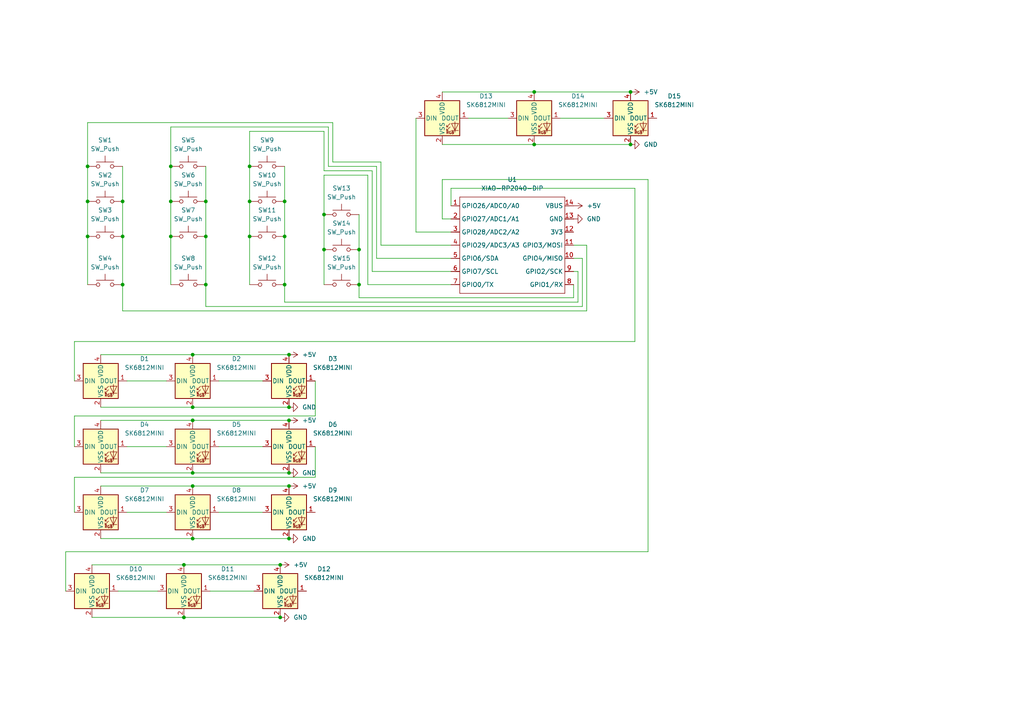
<source format=kicad_sch>
(kicad_sch (version 20250114) (generator "eeschema") (generator_version "9.0")
  (paper "A4")
  (lib_symbols
    (symbol "LED:SK6812MINI" (pin_names (offset 0.254))
      (property "Reference" "D" (at 5.08 5.715 0))
      (property "Value" "SK6812MINI" (at 1.27 -5.715 0))
      (symbol "SK6812MINI_0_0"
        (text "RGB" (at 2.286 -4.191 0) (effects (font (size 0.762 0.762))))
      )
      (symbol "SK6812MINI_0_1"
        (polyline (pts (xy 1.27 -2.54) (xy 1.778 -2.54)))
        (polyline (pts (xy 1.27 -3.556) (xy 1.778 -3.556)))
        (polyline (pts (xy 2.286 -1.524) (xy 1.27 -2.54) (xy 1.27 -2.032)))
        (polyline (pts (xy 2.286 -2.54) (xy 1.27 -3.556) (xy 1.27 -3.048)))
        (polyline (pts (xy 3.683 -1.016) (xy 3.683 -3.556) (xy 3.683 -4.064)))
        (polyline (pts (xy 4.699 -1.524) (xy 2.667 -1.524) (xy 3.683 -3.556) (xy 4.699 -1.524)))
        (polyline (pts (xy 4.699 -3.556) (xy 2.667 -3.556)))
        (rectangle (start 5.08 5.08) (end -5.08 -5.08) (stroke (width 0.254)) (fill (type background)))
      )
      (symbol "SK6812MINI_1_1"
        (pin input line (at -7.62 0 0) (length 2.54) (name "DIN") (number "3"))
        (pin power_in line (at 0 7.62 270) (length 2.54) (name "VDD") (number "4"))
        (pin power_in line (at 0 -7.62 90) (length 2.54) (name "VSS") (number "2"))
        (pin output line (at 7.62 0 180) (length 2.54) (name "DOUT") (number "1"))
      )
    )
    (symbol "OPL Lib:XIAO-RP2040-DIP"
      (property "Reference" "U" (at 0 0 0))
      (property "Value" "XIAO-RP2040-DIP" (at 5.334 -1.778 0))
      (symbol "XIAO-RP2040-DIP_1_0"
        (polyline (pts (xy -1.27 -2.54) (xy 29.21 -2.54)) (stroke (width 0.1524)))
        (polyline (pts (xy -1.27 -5.08) (xy -2.54 -5.08)) (stroke (width 0.1524)))
        (polyline (pts (xy -1.27 -5.08) (xy -1.27 -2.54)) (stroke (width 0.1524)))
        (polyline (pts (xy -1.27 -8.89) (xy -2.54 -8.89)) (stroke (width 0.1524)))
        (polyline (pts (xy -1.27 -8.89) (xy -1.27 -5.08)) (stroke (width 0.1524)))
        (polyline (pts (xy -1.27 -12.7) (xy -2.54 -12.7)) (stroke (width 0.1524)))
        (polyline (pts (xy -1.27 -12.7) (xy -1.27 -8.89)) (stroke (width 0.1524)))
        (polyline (pts (xy -1.27 -16.51) (xy -2.54 -16.51)) (stroke (width 0.1524)))
        (polyline (pts (xy -1.27 -16.51) (xy -1.27 -12.7)) (stroke (width 0.1524)))
        (polyline (pts (xy -1.27 -20.32) (xy -2.54 -20.32)) (stroke (width 0.1524)))
        (polyline (pts (xy -1.27 -24.13) (xy -2.54 -24.13)) (stroke (width 0.1524)))
        (polyline (pts (xy -1.27 -27.94) (xy -2.54 -27.94)) (stroke (width 0.1524)))
        (polyline (pts (xy -1.27 -30.48) (xy -1.27 -16.51)) (stroke (width 0.1524)))
        (polyline (pts (xy 29.21 -2.54) (xy 29.21 -5.08)) (stroke (width 0.1524)))
        (polyline (pts (xy 29.21 -5.08) (xy 29.21 -8.89)) (stroke (width 0.1524)))
        (polyline (pts (xy 29.21 -8.89) (xy 29.21 -12.7)) (stroke (width 0.1524)))
        (polyline (pts (xy 29.21 -12.7) (xy 29.21 -30.48)) (stroke (width 0.1524)))
        (polyline (pts (xy 29.21 -30.48) (xy -1.27 -30.48)) (stroke (width 0.1524)))
        (polyline (pts (xy 30.48 -5.08) (xy 29.21 -5.08)) (stroke (width 0.1524)))
        (polyline (pts (xy 30.48 -8.89) (xy 29.21 -8.89)) (stroke (width 0.1524)))
        (polyline (pts (xy 30.48 -12.7) (xy 29.21 -12.7)) (stroke (width 0.1524)))
        (polyline (pts (xy 30.48 -16.51) (xy 29.21 -16.51)) (stroke (width 0.1524)))
        (polyline (pts (xy 30.48 -20.32) (xy 29.21 -20.32)) (stroke (width 0.1524)))
        (polyline (pts (xy 30.48 -24.13) (xy 29.21 -24.13)) (stroke (width 0.1524)))
        (polyline (pts (xy 30.48 -27.94) (xy 29.21 -27.94)) (stroke (width 0.1524)))
        (pin passive line (at -3.81 -5.08 0) (length 2.54) (name "GPIO26/ADC0/A0") (number "1"))
        (pin passive line (at -3.81 -8.89 0) (length 2.54) (name "GPIO27/ADC1/A1") (number "2"))
        (pin passive line (at -3.81 -12.7 0) (length 2.54) (name "GPIO28/ADC2/A2") (number "3"))
        (pin passive line (at -3.81 -16.51 0) (length 2.54) (name "GPIO29/ADC3/A3") (number "4"))
        (pin passive line (at -3.81 -20.32 0) (length 2.54) (name "GPIO6/SDA") (number "5"))
        (pin passive line (at -3.81 -24.13 0) (length 2.54) (name "GPIO7/SCL") (number "6"))
        (pin passive line (at -3.81 -27.94 0) (length 2.54) (name "GPIO0/TX") (number "7"))
        (pin passive line (at 31.75 -5.08 180) (length 2.54) (name "VBUS") (number "14"))
        (pin passive line (at 31.75 -8.89 180) (length 2.54) (name "GND") (number "13"))
        (pin passive line (at 31.75 -12.7 180) (length 2.54) (name "3V3") (number "12"))
        (pin passive line (at 31.75 -16.51 180) (length 2.54) (name "GPIO3/MOSI") (number "11"))
        (pin passive line (at 31.75 -20.32 180) (length 2.54) (name "GPIO4/MISO") (number "10"))
        (pin passive line (at 31.75 -24.13 180) (length 2.54) (name "GPIO2/SCK") (number "9"))
        (pin passive line (at 31.75 -27.94 180) (length 2.54) (name "GPIO1/RX") (number "8"))
      )
    )
    (symbol "Switch:SW_Push" (pin_numbers (hide yes)) (pin_names (offset 1.016) (hide yes))
      (property "Reference" "SW" (at 1.27 2.54 0))
      (property "Value" "SW_Push" (at 0 -1.524 0))
      (symbol "SW_Push_0_1"
        (circle (center -2.032 0) (radius 0.508))
        (polyline (pts (xy 0 1.27) (xy 0 3.048)))
        (circle (center 2.032 0) (radius 0.508))
        (polyline (pts (xy 2.54 1.27) (xy -2.54 1.27)))
        (pin passive line (at -5.08 0 0) (length 2.54) (name "1") (number "1"))
        (pin passive line (at 5.08 0 180) (length 2.54) (name "2") (number "2"))
      )
    )
    (symbol "power:+5V" (power) (pin_numbers (hide yes)) (pin_names (offset 0) (hide yes))
      (property "Value" "+5V" (at 0 3.556 0))
      (symbol "+5V_0_1"
        (polyline (pts (xy -0.762 1.27) (xy 0 2.54)))
        (polyline (pts (xy 0 2.54) (xy 0.762 1.27)))
        (polyline (pts (xy 0 0) (xy 0 2.54)))
      )
      (symbol "+5V_1_1"
        (pin power_in line (at 0 0 90) (length 0) (name "~") (number "1"))
      )
    )
    (symbol "power:GND" (power) (pin_numbers (hide yes)) (pin_names (offset 0) (hide yes))
      (property "Value" "GND" (at 0 -3.81 0))
      (symbol "GND_0_1"
        (polyline (pts (xy 0 0) (xy 0 -1.27) (xy 1.27 -1.27) (xy 0 -2.54) (xy -1.27 -1.27) (xy 0 -1.27)))
      )
      (symbol "GND_1_1"
        (pin power_in line (at 0 0 270) (length 0) (name "~") (number "1"))
      )
    )
  )
  (junction (at 83.82 102.87))
  (junction (at 25.4 68.58))
  (junction (at 82.55 58.42))
  (junction (at 81.28 179.07))
  (junction (at 55.88 137.16))
  (junction (at 35.56 68.58))
  (junction (at 83.82 137.16))
  (junction (at 35.56 82.55))
  (junction (at 81.28 163.83))
  (junction (at 25.4 48.26))
  (junction (at 49.53 48.26))
  (junction (at 53.34 179.07))
  (junction (at 55.88 118.11))
  (junction (at 182.88 26.67))
  (junction (at 55.88 102.87))
  (junction (at 59.69 82.55))
  (junction (at 154.94 26.67))
  (junction (at 55.88 156.21))
  (junction (at 53.34 163.83))
  (junction (at 72.39 68.58))
  (junction (at 83.82 118.11))
  (junction (at 35.56 58.42))
  (junction (at 104.14 82.55))
  (junction (at 83.82 156.21))
  (junction (at 83.82 121.92))
  (junction (at 83.82 140.97))
  (junction (at 55.88 140.97))
  (junction (at 93.98 62.23))
  (junction (at 59.69 58.42))
  (junction (at 72.39 48.26))
  (junction (at 104.14 72.39))
  (junction (at 55.88 121.92))
  (junction (at 154.94 41.91))
  (junction (at 25.4 58.42))
  (junction (at 49.53 58.42))
  (junction (at 72.39 58.42))
  (junction (at 82.55 82.55))
  (junction (at 82.55 68.58))
  (junction (at 49.53 68.58))
  (junction (at 182.88 41.91))
  (junction (at 93.98 72.39))
  (junction (at 59.69 68.58))
  (wire (pts (xy 25.4 48.26) (xy 25.4 58.42)))
  (wire (pts (xy 26.67 179.07) (xy 53.34 179.07)))
  (wire (pts (xy 60.96 171.45) (xy 73.66 171.45)))
  (wire (pts (xy 130.81 59.69) (xy 130.81 54.61)))
  (wire (pts (xy 53.34 163.83) (xy 81.28 163.83)))
  (wire (pts (xy 166.37 78.74) (xy 167.64 78.74)))
  (wire (pts (xy 26.67 163.83) (xy 53.34 163.83)))
  (wire (pts (xy 187.96 52.07) (xy 128.27 52.07)))
  (wire (pts (xy 21.59 138.43) (xy 21.59 148.59)))
  (wire (pts (xy 82.55 87.63) (xy 82.55 82.55)))
  (wire (pts (xy 166.37 71.12) (xy 170.18 71.12)))
  (wire (pts (xy 82.55 58.42) (xy 82.55 68.58)))
  (wire (pts (xy 128.27 52.07) (xy 128.27 63.5)))
  (wire (pts (xy 59.69 88.9) (xy 168.91 88.9)))
  (wire (pts (xy 55.88 140.97) (xy 83.82 140.97)))
  (wire (pts (xy 29.21 140.97) (xy 55.88 140.97)))
  (wire (pts (xy 29.21 121.92) (xy 55.88 121.92)))
  (wire (pts (xy 104.14 62.23) (xy 104.14 72.39)))
  (wire (pts (xy 95.25 36.83) (xy 95.25 48.26)))
  (wire (pts (xy 35.56 90.17) (xy 170.18 90.17)))
  (wire (pts (xy 21.59 99.06) (xy 21.59 110.49)))
  (wire (pts (xy 130.81 54.61) (xy 184.15 54.61)))
  (wire (pts (xy 95.25 48.26) (xy 109.22 48.26)))
  (wire (pts (xy 166.37 74.93) (xy 168.91 74.93)))
  (wire (pts (xy 82.55 48.26) (xy 82.55 58.42)))
  (wire (pts (xy 29.21 137.16) (xy 55.88 137.16)))
  (wire (pts (xy 49.53 48.26) (xy 49.53 36.83)))
  (wire (pts (xy 110.49 46.99) (xy 96.52 46.99)))
  (wire (pts (xy 106.68 82.55) (xy 130.81 82.55)))
  (wire (pts (xy 55.88 137.16) (xy 83.82 137.16)))
  (wire (pts (xy 34.29 171.45) (xy 45.72 171.45)))
  (wire (pts (xy 29.21 156.21) (xy 55.88 156.21)))
  (wire (pts (xy 55.88 121.92) (xy 83.82 121.92)))
  (wire (pts (xy 59.69 68.58) (xy 59.69 82.55)))
  (wire (pts (xy 55.88 102.87) (xy 83.82 102.87)))
  (wire (pts (xy 128.27 63.5) (xy 130.81 63.5)))
  (wire (pts (xy 35.56 58.42) (xy 35.56 68.58)))
  (wire (pts (xy 35.56 48.26) (xy 35.56 58.42)))
  (wire (pts (xy 25.4 68.58) (xy 25.4 82.55)))
  (wire (pts (xy 35.56 90.17) (xy 35.56 82.55)))
  (wire (pts (xy 91.44 129.54) (xy 91.44 138.43)))
  (wire (pts (xy 72.39 82.55) (xy 72.39 68.58)))
  (wire (pts (xy 35.56 68.58) (xy 35.56 82.55)))
  (wire (pts (xy 53.34 179.07) (xy 81.28 179.07)))
  (wire (pts (xy 63.5 148.59) (xy 76.2 148.59)))
  (wire (pts (xy 128.27 41.91) (xy 154.94 41.91)))
  (wire (pts (xy 36.83 148.59) (xy 48.26 148.59)))
  (wire (pts (xy 128.27 26.67) (xy 154.94 26.67)))
  (wire (pts (xy 59.69 58.42) (xy 59.69 68.58)))
  (wire (pts (xy 110.49 71.12) (xy 110.49 46.99)))
  (wire (pts (xy 21.59 120.65) (xy 21.59 129.54)))
  (wire (pts (xy 72.39 68.58) (xy 72.39 58.42)))
  (wire (pts (xy 107.95 78.74) (xy 130.81 78.74)))
  (wire (pts (xy 72.39 48.26) (xy 72.39 38.1)))
  (wire (pts (xy 63.5 129.54) (xy 76.2 129.54)))
  (wire (pts (xy 168.91 74.93) (xy 168.91 88.9)))
  (wire (pts (xy 25.4 35.56) (xy 25.4 48.26)))
  (wire (pts (xy 55.88 156.21) (xy 83.82 156.21)))
  (wire (pts (xy 154.94 41.91) (xy 182.88 41.91)))
  (wire (pts (xy 49.53 82.55) (xy 49.53 68.58)))
  (wire (pts (xy 120.65 34.29) (xy 120.65 67.31)))
  (wire (pts (xy 109.22 74.93) (xy 130.81 74.93)))
  (wire (pts (xy 91.44 120.65) (xy 21.59 120.65)))
  (wire (pts (xy 93.98 50.8) (xy 106.68 50.8)))
  (wire (pts (xy 167.64 78.74) (xy 167.64 87.63)))
  (wire (pts (xy 170.18 90.17) (xy 170.18 71.12)))
  (wire (pts (xy 104.14 86.36) (xy 166.37 86.36)))
  (wire (pts (xy 82.55 68.58) (xy 82.55 82.55)))
  (wire (pts (xy 36.83 129.54) (xy 48.26 129.54)))
  (wire (pts (xy 93.98 62.23) (xy 93.98 72.39)))
  (wire (pts (xy 104.14 72.39) (xy 104.14 82.55)))
  (wire (pts (xy 107.95 49.53) (xy 107.95 78.74)))
  (wire (pts (xy 106.68 50.8) (xy 106.68 82.55)))
  (wire (pts (xy 49.53 68.58) (xy 49.53 58.42)))
  (wire (pts (xy 49.53 58.42) (xy 49.53 48.26)))
  (wire (pts (xy 93.98 38.1) (xy 93.98 49.53)))
  (wire (pts (xy 59.69 88.9) (xy 59.69 82.55)))
  (wire (pts (xy 91.44 138.43) (xy 21.59 138.43)))
  (wire (pts (xy 96.52 46.99) (xy 96.52 35.56)))
  (wire (pts (xy 135.89 34.29) (xy 147.32 34.29)))
  (wire (pts (xy 187.96 160.02) (xy 187.96 52.07)))
  (wire (pts (xy 91.44 110.49) (xy 91.44 120.65)))
  (wire (pts (xy 82.55 87.63) (xy 167.64 87.63)))
  (wire (pts (xy 184.15 99.06) (xy 21.59 99.06)))
  (wire (pts (xy 93.98 72.39) (xy 93.98 82.55)))
  (wire (pts (xy 59.69 48.26) (xy 59.69 58.42)))
  (wire (pts (xy 19.05 160.02) (xy 187.96 160.02)))
  (wire (pts (xy 29.21 102.87) (xy 55.88 102.87)))
  (wire (pts (xy 120.65 67.31) (xy 130.81 67.31)))
  (wire (pts (xy 49.53 36.83) (xy 95.25 36.83)))
  (wire (pts (xy 55.88 118.11) (xy 83.82 118.11)))
  (wire (pts (xy 36.83 110.49) (xy 48.26 110.49)))
  (wire (pts (xy 93.98 62.23) (xy 93.98 50.8)))
  (wire (pts (xy 130.81 71.12) (xy 110.49 71.12)))
  (wire (pts (xy 93.98 49.53) (xy 107.95 49.53)))
  (wire (pts (xy 63.5 110.49) (xy 76.2 110.49)))
  (wire (pts (xy 104.14 82.55) (xy 104.14 86.36)))
  (wire (pts (xy 109.22 48.26) (xy 109.22 74.93)))
  (wire (pts (xy 154.94 26.67) (xy 182.88 26.67)))
  (wire (pts (xy 96.52 35.56) (xy 25.4 35.56)))
  (wire (pts (xy 19.05 171.45) (xy 19.05 160.02)))
  (wire (pts (xy 184.15 54.61) (xy 184.15 99.06)))
  (wire (pts (xy 162.56 34.29) (xy 175.26 34.29)))
  (wire (pts (xy 166.37 82.55) (xy 166.37 86.36)))
  (wire (pts (xy 72.39 58.42) (xy 72.39 48.26)))
  (wire (pts (xy 25.4 58.42) (xy 25.4 68.58)))
  (wire (pts (xy 72.39 38.1) (xy 93.98 38.1)))
  (wire (pts (xy 29.21 118.11) (xy 55.88 118.11)))
  (symbol (lib_id "power:GND") (at 83.82 118.11 90) (unit 1)
    (property "Reference" "#PWR03" (effects (hide yes)))
    (property "Value" "GND" (at 87.63 118.1099 90) (effects (justify right)))
    (property "Description" "Power symbol creates a global label with name \"GND\" , ground" (effects (hide yes)))
  )
  (symbol (lib_id "Switch:SW_Push") (at 77.47 82.55 0) (unit 1)
    (property "Reference" "SW12" (at 77.47 74.93 0))
    (property "Value" "SW_Push" (at 77.47 77.47 0))
    (property "Footprint" "Button_Switch_Keyboard:SW_Cherry_MX_1.00u_PCB" (effects (hide yes)))
    (property "Description" "Push button switch, generic, two pins" (effects (hide yes)))
  )
  (symbol (lib_id "Switch:SW_Push") (at 77.47 68.58 0) (unit 1)
    (property "Reference" "SW11" (at 77.47 60.96 0))
    (property "Value" "SW_Push" (at 77.47 63.5 0))
    (property "Footprint" "Button_Switch_Keyboard:SW_Cherry_MX_1.00u_PCB" (effects (hide yes)))
    (property "Description" "Push button switch, generic, two pins" (effects (hide yes)))
  )
  (symbol (lib_id "Switch:SW_Push") (at 99.06 82.55 0) (unit 1)
    (property "Reference" "SW15" (at 99.06 74.93 0))
    (property "Value" "SW_Push" (at 99.06 77.47 0))
    (property "Footprint" "Button_Switch_Keyboard:SW_Cherry_MX_1.00u_PCB" (effects (hide yes)))
    (property "Description" "Push button switch, generic, two pins" (effects (hide yes)))
  )
  (symbol (lib_id "Switch:SW_Push") (at 99.06 62.23 0) (unit 1)
    (property "Reference" "SW13" (at 99.06 54.61 0))
    (property "Value" "SW_Push" (at 99.06 57.15 0))
    (property "Footprint" "Button_Switch_Keyboard:SW_Cherry_MX_1.00u_PCB" (effects (hide yes)))
    (property "Description" "Push button switch, generic, two pins" (effects (hide yes)))
  )
  (symbol (lib_id "LED:SK6812MINI") (at 26.67 171.45 0) (unit 1)
    (property "Reference" "D10" (at 39.37 165.0298 0))
    (property "Value" "SK6812MINI" (at 39.37 167.5698 0))
    (property "Footprint" "LED_SMD:LED_SK6812MINI_PLCC4_3.5x3.5mm_P1.75mm" (effects (hide yes)))
    (property "Datasheet" "https://cdn-shop.adafruit.com/product-files/2686/SK6812MINI_REV.01-1-2.pdf" (effects (hide yes)))
    (property "Description" "RGB LED with integrated controller" (effects (hide yes)))
  )
  (symbol (lib_id "LED:SK6812MINI") (at 55.88 110.49 0) (unit 1)
    (property "Reference" "D2" (at 68.58 104.0698 0))
    (property "Value" "SK6812MINI" (at 68.58 106.6098 0))
    (property "Footprint" "LED_SMD:LED_SK6812MINI_PLCC4_3.5x3.5mm_P1.75mm" (effects (hide yes)))
    (property "Datasheet" "https://cdn-shop.adafruit.com/product-files/2686/SK6812MINI_REV.01-1-2.pdf" (effects (hide yes)))
    (property "Description" "RGB LED with integrated controller" (effects (hide yes)))
  )
  (symbol (lib_id "Switch:SW_Push") (at 54.61 68.58 0) (unit 1)
    (property "Reference" "SW7" (at 54.61 60.96 0))
    (property "Value" "SW_Push" (at 54.61 63.5 0))
    (property "Footprint" "Button_Switch_Keyboard:SW_Cherry_MX_1.00u_PCB" (effects (hide yes)))
    (property "Description" "Push button switch, generic, two pins" (effects (hide yes)))
  )
  (symbol (lib_id "LED:SK6812MINI") (at 53.34 171.45 0) (unit 1)
    (property "Reference" "D11" (at 66.04 165.0298 0))
    (property "Value" "SK6812MINI" (at 66.04 167.5698 0))
    (property "Footprint" "LED_SMD:LED_SK6812MINI_PLCC4_3.5x3.5mm_P1.75mm" (effects (hide yes)))
    (property "Datasheet" "https://cdn-shop.adafruit.com/product-files/2686/SK6812MINI_REV.01-1-2.pdf" (effects (hide yes)))
    (property "Description" "RGB LED with integrated controller" (effects (hide yes)))
  )
  (symbol (lib_id "Switch:SW_Push") (at 30.48 68.58 0) (unit 1)
    (property "Reference" "SW3" (at 30.48 60.96 0))
    (property "Value" "SW_Push" (at 30.48 63.5 0))
    (property "Footprint" "Button_Switch_Keyboard:SW_Cherry_MX_1.00u_PCB" (effects (hide yes)))
    (property "Description" "Push button switch, generic, two pins" (effects (hide yes)))
  )
  (symbol (lib_id "power:+5V") (at 83.82 140.97 270) (unit 1)
    (property "Reference" "#PWR08" (effects (hide yes)))
    (property "Value" "+5V" (at 87.63 140.9699 90) (effects (justify left)))
    (property "Description" "Power symbol creates a global label with name \"+5V\"" (effects (hide yes)))
  )
  (symbol (lib_id "LED:SK6812MINI") (at 128.27 34.29 0) (unit 1)
    (property "Reference" "D13" (at 140.97 27.8698 0))
    (property "Value" "SK6812MINI" (at 140.97 30.4098 0))
    (property "Footprint" "LED_SMD:LED_SK6812MINI_PLCC4_3.5x3.5mm_P1.75mm" (effects (hide yes)))
    (property "Datasheet" "https://cdn-shop.adafruit.com/product-files/2686/SK6812MINI_REV.01-1-2.pdf" (effects (hide yes)))
    (property "Description" "RGB LED with integrated controller" (effects (hide yes)))
  )
  (symbol (lib_id "LED:SK6812MINI") (at 83.82 110.49 0) (unit 1)
    (property "Reference" "D3" (at 96.52 104.0698 0))
    (property "Value" "SK6812MINI" (at 96.52 106.6098 0))
    (property "Footprint" "LED_SMD:LED_SK6812MINI_PLCC4_3.5x3.5mm_P1.75mm" (effects (hide yes)))
    (property "Datasheet" "https://cdn-shop.adafruit.com/product-files/2686/SK6812MINI_REV.01-1-2.pdf" (effects (hide yes)))
    (property "Description" "RGB LED with integrated controller" (effects (hide yes)))
  )
  (symbol (lib_id "Switch:SW_Push") (at 77.47 48.26 0) (unit 1)
    (property "Reference" "SW9" (at 77.47 40.64 0))
    (property "Value" "SW_Push" (at 77.47 43.18 0))
    (property "Footprint" "Button_Switch_Keyboard:SW_Cherry_MX_1.00u_PCB" (effects (hide yes)))
    (property "Description" "Push button switch, generic, two pins" (effects (hide yes)))
  )
  (symbol (lib_id "LED:SK6812MINI") (at 29.21 110.49 0) (unit 1)
    (property "Reference" "D1" (at 41.91 104.0698 0))
    (property "Value" "SK6812MINI" (at 41.91 106.6098 0))
    (property "Footprint" "LED_SMD:LED_SK6812MINI_PLCC4_3.5x3.5mm_P1.75mm" (effects (hide yes)))
    (property "Datasheet" "https://cdn-shop.adafruit.com/product-files/2686/SK6812MINI_REV.01-1-2.pdf" (effects (hide yes)))
    (property "Description" "RGB LED with integrated controller" (effects (hide yes)))
  )
  (symbol (lib_id "power:+5V") (at 83.82 102.87 270) (unit 1)
    (property "Reference" "#PWR04" (effects (hide yes)))
    (property "Value" "+5V" (at 87.63 102.8699 90) (effects (justify left)))
    (property "Description" "Power symbol creates a global label with name \"+5V\"" (effects (hide yes)))
  )
  (symbol (lib_id "power:+5V") (at 182.88 26.67 270) (unit 1)
    (property "Reference" "#PWR011" (effects (hide yes)))
    (property "Value" "+5V" (at 186.69 26.6699 90) (effects (justify left)))
    (property "Description" "Power symbol creates a global label with name \"+5V\"" (effects (hide yes)))
  )
  (symbol (lib_id "power:+5V") (at 166.37 59.69 270) (unit 1)
    (property "Reference" "#PWR07" (effects (hide yes)))
    (property "Value" "+5V" (at 170.18 59.6899 90) (effects (justify left)))
    (property "Description" "Power symbol creates a global label with name \"+5V\"" (effects (hide yes)))
  )
  (symbol (lib_id "power:+5V") (at 81.28 163.83 270) (unit 1)
    (property "Reference" "#PWR09" (effects (hide yes)))
    (property "Value" "+5V" (at 85.09 163.8299 90) (effects (justify left)))
    (property "Description" "Power symbol creates a global label with name \"+5V\"" (effects (hide yes)))
  )
  (symbol (lib_id "power:GND") (at 166.37 63.5 90) (unit 1)
    (property "Reference" "#PWR06" (effects (hide yes)))
    (property "Value" "GND" (at 170.18 63.4999 90) (effects (justify right)))
    (property "Description" "Power symbol creates a global label with name \"GND\" , ground" (effects (hide yes)))
  )
  (symbol (lib_id "Switch:SW_Push") (at 77.47 58.42 0) (unit 1)
    (property "Reference" "SW10" (at 77.47 50.8 0))
    (property "Value" "SW_Push" (at 77.47 53.34 0))
    (property "Footprint" "Button_Switch_Keyboard:SW_Cherry_MX_1.00u_PCB" (effects (hide yes)))
    (property "Description" "Push button switch, generic, two pins" (effects (hide yes)))
  )
  (symbol (lib_id "LED:SK6812MINI") (at 154.94 34.29 0) (unit 1)
    (property "Reference" "D14" (at 167.64 27.8698 0))
    (property "Value" "SK6812MINI" (at 167.64 30.4098 0))
    (property "Footprint" "LED_SMD:LED_SK6812MINI_PLCC4_3.5x3.5mm_P1.75mm" (effects (hide yes)))
    (property "Datasheet" "https://cdn-shop.adafruit.com/product-files/2686/SK6812MINI_REV.01-1-2.pdf" (effects (hide yes)))
    (property "Description" "RGB LED with integrated controller" (effects (hide yes)))
  )
  (symbol (lib_id "power:GND") (at 83.82 156.21 90) (unit 1)
    (property "Reference" "#PWR01" (effects (hide yes)))
    (property "Value" "GND" (at 87.63 156.2099 90) (effects (justify right)))
    (property "Description" "Power symbol creates a global label with name \"GND\" , ground" (effects (hide yes)))
  )
  (symbol (lib_id "OPL Lib:XIAO-RP2040-DIP") (at 134.62 54.61 0) (unit 1)
    (property "Reference" "U1" (at 148.59 52.07 0))
    (property "Value" "XIAO-RP2040-DIP" (at 148.59 54.61 0))
    (property "Footprint" "OPL Lib:XIAO-RP2040-DIP" (effects (hide yes)))
  )
  (symbol (lib_id "Switch:SW_Push") (at 30.48 48.26 0) (unit 1)
    (property "Reference" "SW1" (at 30.48 40.64 0))
    (property "Value" "SW_Push" (at 30.48 43.18 0))
    (property "Footprint" "Button_Switch_Keyboard:SW_Cherry_MX_1.00u_PCB" (effects (hide yes)))
    (property "Description" "Push button switch, generic, two pins" (effects (hide yes)))
  )
  (symbol (lib_id "LED:SK6812MINI") (at 81.28 171.45 0) (unit 1)
    (property "Reference" "D12" (at 93.98 165.0298 0))
    (property "Value" "SK6812MINI" (at 93.98 167.5698 0))
    (property "Footprint" "LED_SMD:LED_SK6812MINI_PLCC4_3.5x3.5mm_P1.75mm" (effects (hide yes)))
    (property "Datasheet" "https://cdn-shop.adafruit.com/product-files/2686/SK6812MINI_REV.01-1-2.pdf" (effects (hide yes)))
    (property "Description" "RGB LED with integrated controller" (effects (hide yes)))
  )
  (symbol (lib_id "power:GND") (at 81.28 179.07 90) (unit 1)
    (property "Reference" "#PWR010" (effects (hide yes)))
    (property "Value" "GND" (at 85.09 179.0699 90) (effects (justify right)))
    (property "Description" "Power symbol creates a global label with name \"GND\" , ground" (effects (hide yes)))
  )
  (symbol (lib_id "Switch:SW_Push") (at 99.06 72.39 0) (unit 1)
    (property "Reference" "SW14" (at 99.06 64.77 0))
    (property "Value" "SW_Push" (at 99.06 67.31 0))
    (property "Footprint" "Button_Switch_Keyboard:SW_Cherry_MX_1.00u_PCB" (effects (hide yes)))
    (property "Description" "Push button switch, generic, two pins" (effects (hide yes)))
  )
  (symbol (lib_id "LED:SK6812MINI") (at 29.21 129.54 0) (unit 1)
    (property "Reference" "D4" (at 41.91 123.1198 0))
    (property "Value" "SK6812MINI" (at 41.91 125.6598 0))
    (property "Footprint" "LED_SMD:LED_SK6812MINI_PLCC4_3.5x3.5mm_P1.75mm" (effects (hide yes)))
    (property "Datasheet" "https://cdn-shop.adafruit.com/product-files/2686/SK6812MINI_REV.01-1-2.pdf" (effects (hide yes)))
    (property "Description" "RGB LED with integrated controller" (effects (hide yes)))
  )
  (symbol (lib_id "LED:SK6812MINI") (at 55.88 148.59 0) (unit 1)
    (property "Reference" "D8" (at 68.58 142.1698 0))
    (property "Value" "SK6812MINI" (at 68.58 144.7098 0))
    (property "Footprint" "LED_SMD:LED_SK6812MINI_PLCC4_3.5x3.5mm_P1.75mm" (effects (hide yes)))
    (property "Datasheet" "https://cdn-shop.adafruit.com/product-files/2686/SK6812MINI_REV.01-1-2.pdf" (effects (hide yes)))
    (property "Description" "RGB LED with integrated controller" (effects (hide yes)))
  )
  (symbol (lib_id "Switch:SW_Push") (at 54.61 82.55 0) (unit 1)
    (property "Reference" "SW8" (at 54.61 74.93 0))
    (property "Value" "SW_Push" (at 54.61 77.47 0))
    (property "Footprint" "Button_Switch_Keyboard:SW_Cherry_MX_1.00u_PCB" (effects (hide yes)))
    (property "Description" "Push button switch, generic, two pins" (effects (hide yes)))
  )
  (symbol (lib_id "LED:SK6812MINI") (at 55.88 129.54 0) (unit 1)
    (property "Reference" "D5" (at 68.58 123.1198 0))
    (property "Value" "SK6812MINI" (at 68.58 125.6598 0))
    (property "Footprint" "LED_SMD:LED_SK6812MINI_PLCC4_3.5x3.5mm_P1.75mm" (effects (hide yes)))
    (property "Datasheet" "https://cdn-shop.adafruit.com/product-files/2686/SK6812MINI_REV.01-1-2.pdf" (effects (hide yes)))
    (property "Description" "RGB LED with integrated controller" (effects (hide yes)))
  )
  (symbol (lib_id "power:GND") (at 83.82 137.16 90) (unit 1)
    (property "Reference" "#PWR02" (effects (hide yes)))
    (property "Value" "GND" (at 87.63 137.1599 90) (effects (justify right)))
    (property "Description" "Power symbol creates a global label with name \"GND\" , ground" (effects (hide yes)))
  )
  (symbol (lib_id "LED:SK6812MINI") (at 83.82 148.59 0) (unit 1)
    (property "Reference" "D9" (at 96.52 142.1698 0))
    (property "Value" "SK6812MINI" (at 96.52 144.7098 0))
    (property "Footprint" "LED_SMD:LED_SK6812MINI_PLCC4_3.5x3.5mm_P1.75mm" (effects (hide yes)))
    (property "Datasheet" "https://cdn-shop.adafruit.com/product-files/2686/SK6812MINI_REV.01-1-2.pdf" (effects (hide yes)))
    (property "Description" "RGB LED with integrated controller" (effects (hide yes)))
  )
  (symbol (lib_id "LED:SK6812MINI") (at 29.21 148.59 0) (unit 1)
    (property "Reference" "D7" (at 41.91 142.1698 0))
    (property "Value" "SK6812MINI" (at 41.91 144.7098 0))
    (property "Footprint" "LED_SMD:LED_SK6812MINI_PLCC4_3.5x3.5mm_P1.75mm" (effects (hide yes)))
    (property "Datasheet" "https://cdn-shop.adafruit.com/product-files/2686/SK6812MINI_REV.01-1-2.pdf" (effects (hide yes)))
    (property "Description" "RGB LED with integrated controller" (effects (hide yes)))
  )
  (symbol (lib_id "LED:SK6812MINI") (at 83.82 129.54 0) (unit 1)
    (property "Reference" "D6" (at 96.52 123.1198 0))
    (property "Value" "SK6812MINI" (at 96.52 125.6598 0))
    (property "Footprint" "LED_SMD:LED_SK6812MINI_PLCC4_3.5x3.5mm_P1.75mm" (effects (hide yes)))
    (property "Datasheet" "https://cdn-shop.adafruit.com/product-files/2686/SK6812MINI_REV.01-1-2.pdf" (effects (hide yes)))
    (property "Description" "RGB LED with integrated controller" (effects (hide yes)))
  )
  (symbol (lib_id "Switch:SW_Push") (at 30.48 82.55 0) (unit 1)
    (property "Reference" "SW4" (at 30.48 74.93 0))
    (property "Value" "SW_Push" (at 30.48 77.47 0))
    (property "Footprint" "Button_Switch_Keyboard:SW_Cherry_MX_1.00u_PCB" (effects (hide yes)))
    (property "Description" "Push button switch, generic, two pins" (effects (hide yes)))
  )
  (symbol (lib_id "Switch:SW_Push") (at 30.48 58.42 0) (unit 1)
    (property "Reference" "SW2" (at 30.48 50.8 0))
    (property "Value" "SW_Push" (at 30.48 53.34 0))
    (property "Footprint" "Button_Switch_Keyboard:SW_Cherry_MX_1.00u_PCB" (effects (hide yes)))
    (property "Description" "Push button switch, generic, two pins" (effects (hide yes)))
  )
  (symbol (lib_id "Switch:SW_Push") (at 54.61 58.42 0) (unit 1)
    (property "Reference" "SW6" (at 54.61 50.8 0))
    (property "Value" "SW_Push" (at 54.61 53.34 0))
    (property "Footprint" "Button_Switch_Keyboard:SW_Cherry_MX_1.00u_PCB" (effects (hide yes)))
    (property "Description" "Push button switch, generic, two pins" (effects (hide yes)))
  )
  (symbol (lib_id "power:+5V") (at 83.82 121.92 270) (unit 1)
    (property "Reference" "#PWR05" (effects (hide yes)))
    (property "Value" "+5V" (at 87.63 121.9199 90) (effects (justify left)))
    (property "Description" "Power symbol creates a global label with name \"+5V\"" (effects (hide yes)))
  )
  (symbol (lib_id "LED:SK6812MINI") (at 182.88 34.29 0) (unit 1)
    (property "Reference" "D15" (at 195.58 27.8698 0))
    (property "Value" "SK6812MINI" (at 195.58 30.4098 0))
    (property "Footprint" "LED_SMD:LED_SK6812MINI_PLCC4_3.5x3.5mm_P1.75mm" (effects (hide yes)))
    (property "Datasheet" "https://cdn-shop.adafruit.com/product-files/2686/SK6812MINI_REV.01-1-2.pdf" (effects (hide yes)))
    (property "Description" "RGB LED with integrated controller" (effects (hide yes)))
  )
  (symbol (lib_id "Switch:SW_Push") (at 54.61 48.26 0) (unit 1)
    (property "Reference" "SW5" (at 54.61 40.64 0))
    (property "Value" "SW_Push" (at 54.61 43.18 0))
    (property "Footprint" "Button_Switch_Keyboard:SW_Cherry_MX_1.00u_PCB" (effects (hide yes)))
    (property "Description" "Push button switch, generic, two pins" (effects (hide yes)))
  )
  (symbol (lib_id "power:GND") (at 182.88 41.91 90) (unit 1)
    (property "Reference" "#PWR012" (effects (hide yes)))
    (property "Value" "GND" (at 186.69 41.9099 90) (effects (justify right)))
    (property "Description" "Power symbol creates a global label with name \"GND\" , ground" (effects (hide yes)))
  )
)
</source>
